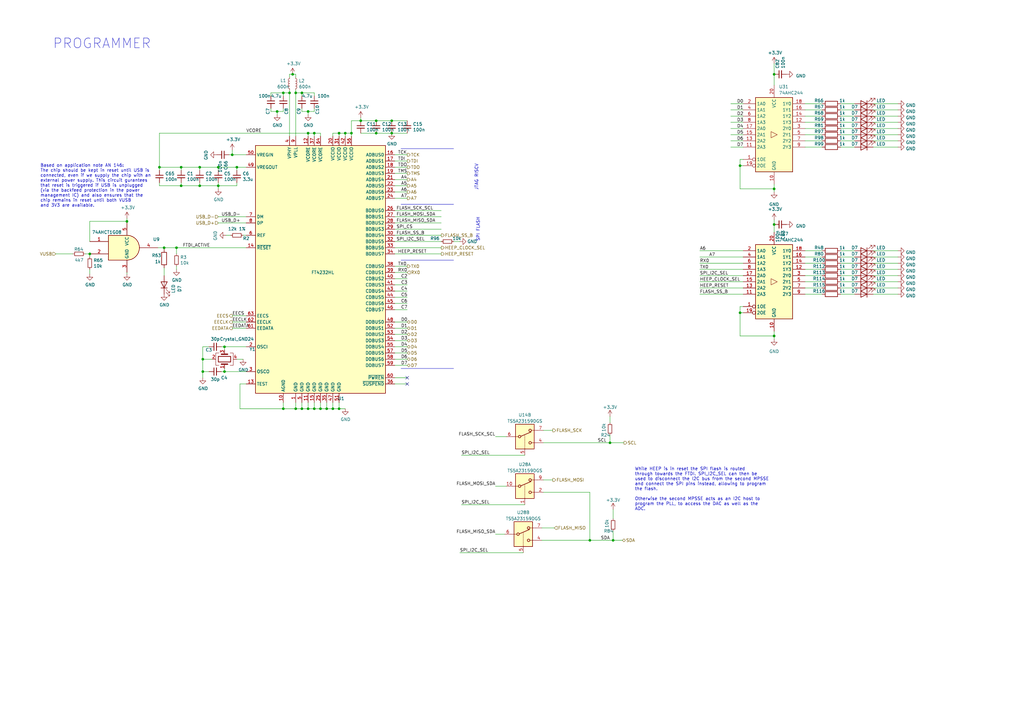
<source format=kicad_sch>
(kicad_sch (version 20230121) (generator eeschema)
  (paper "A3")
  (title_block (title "Heepocrates Testing Board (HTB)") (company "Embedded Systems Laboratory") (comment 1 "Jose Miranda & Christoph Müller 2023"))
  (junction (at 65.405 68.58))
  (junction (at 95.25 63.5))
  (junction (at 141.605 54.61))
  (junction (at 126.365 54.61))
  (junction (at 116.205 167.64))
  (junction (at 123.825 38.1))
  (junction (at 89.535 68.58))
  (junction (at 74.295 76.2))
  (junction (at 92.075 152.4))
  (junction (at 133.985 167.64))
  (junction (at 83.185 152.4))
  (junction (at 120.015 30.48))
  (junction (at 139.065 167.64))
  (junction (at 317.5 77.47))
  (junction (at 81.915 76.2))
  (junction (at 67.31 101.6))
  (junction (at 131.445 167.64))
  (junction (at 317.5 92.075))
  (junction (at 241.935 221.615))
  (junction (at 126.365 45.72))
  (junction (at 126.365 167.64))
  (junction (at 139.065 54.61))
  (junction (at 123.825 167.64))
  (junction (at 303.53 67.945))
  (junction (at 147.955 49.53))
  (junction (at 74.295 68.58))
  (junction (at 144.145 54.61))
  (junction (at 121.285 167.64))
  (junction (at 251.46 221.615))
  (junction (at 113.665 45.72))
  (junction (at 121.285 38.1))
  (junction (at 83.185 147.32))
  (junction (at 72.39 101.6))
  (junction (at 36.83 104.14))
  (junction (at 116.205 38.1))
  (junction (at 89.535 76.2))
  (junction (at 303.53 128.27))
  (junction (at 136.525 167.64))
  (junction (at 250.19 181.61))
  (junction (at 92.075 142.24))
  (junction (at 317.5 30.48))
  (junction (at 128.905 167.64))
  (junction (at 154.305 54.61))
  (junction (at 128.905 54.61))
  (junction (at 97.155 68.58))
  (junction (at 118.745 38.1))
  (junction (at 160.655 54.61))
  (junction (at 160.655 49.53))
  (junction (at 317.5 137.795))
  (junction (at 52.07 90.805))
  (junction (at 81.915 68.58))
  (junction (at 154.305 49.53))
  (no_connect (at 167.005 154.94))
  (no_connect (at 167.005 157.48))
  (wire (pts (xy 337.185 115.57) (xy 330.2 115.57)))
  (wire (pts (xy 93.98 63.5) (xy 95.25 63.5)))
  (wire (pts (xy 304.8 50.165) (xy 299.72 50.165)))
  (wire (pts (xy 337.185 120.65) (xy 330.2 120.65)))
  (wire (pts (xy 161.925 78.74) (xy 167.005 78.74)))
  (wire (pts (xy 136.525 55.88) (xy 136.525 54.61)))
  (wire (pts (xy 121.285 30.48) (xy 121.285 31.75)))
  (wire (pts (xy 317.5 137.795) (xy 317.5 139.065)))
  (wire (pts (xy 222.25 216.535) (xy 227.33 216.535)))
  (wire (pts (xy 74.295 76.2) (xy 65.405 76.2)))
  (wire (pts (xy 81.915 68.58) (xy 74.295 68.58)))
  (wire (pts (xy 350.52 110.49) (xy 344.805 110.49)))
  (wire (pts (xy 116.205 167.64) (xy 121.285 167.64)))
  (wire (pts (xy 303.53 67.945) (xy 303.53 77.47)))
  (wire (pts (xy 126.365 45.72) (xy 126.365 46.99)))
  (wire (pts (xy 121.285 38.1) (xy 121.285 55.88)))
  (wire (pts (xy 36.83 112.395) (xy 36.83 110.49)))
  (wire (pts (xy 303.53 65.405) (xy 303.53 67.945)))
  (wire (pts (xy 83.185 147.32) (xy 83.185 152.4)))
  (wire (pts (xy 161.925 93.98) (xy 180.975 93.98)))
  (wire (pts (xy 303.53 128.27) (xy 303.53 137.795)))
  (wire (pts (xy 350.52 107.95) (xy 344.805 107.95)))
  (wire (pts (xy 304.8 55.245) (xy 299.72 55.245)))
  (wire (pts (xy 222.885 181.61) (xy 250.19 181.61)))
  (wire (pts (xy 133.985 165.1) (xy 133.985 167.64)))
  (wire (pts (xy 97.155 147.32) (xy 99.695 147.32)))
  (wire (pts (xy 123.825 38.1) (xy 123.825 39.37)))
  (wire (pts (xy 83.185 147.32) (xy 86.995 147.32)))
  (wire (pts (xy 113.665 45.72) (xy 113.665 46.99)))
  (wire (pts (xy 337.185 57.785) (xy 330.2 57.785)))
  (wire (pts (xy 167.005 71.12) (xy 161.925 71.12)))
  (wire (pts (xy 350.52 115.57) (xy 344.805 115.57)))
  (wire (pts (xy 128.905 167.64) (xy 131.445 167.64)))
  (wire (pts (xy 337.185 55.245) (xy 330.2 55.245)))
  (wire (pts (xy 100.965 68.58) (xy 97.155 68.58)))
  (wire (pts (xy 287.02 115.57) (xy 304.8 115.57)))
  (wire (pts (xy 100.965 96.52) (xy 99.695 96.52)))
  (wire (pts (xy 121.285 167.64) (xy 123.825 167.64)))
  (wire (pts (xy 203.2 219.075) (xy 207.01 219.075)))
  (polyline (pts (xy 186.055 83.82) (xy 164.465 83.82)))
  (wire (pts (xy 97.155 68.58) (xy 89.535 68.58)))
  (wire (pts (xy 147.955 54.61) (xy 154.305 54.61)))
  (wire (pts (xy 116.205 38.1) (xy 111.125 38.1)))
  (wire (pts (xy 161.925 101.6) (xy 180.975 101.6)))
  (wire (pts (xy 350.52 47.625) (xy 344.805 47.625)))
  (wire (pts (xy 131.445 165.1) (xy 131.445 167.64)))
  (wire (pts (xy 161.925 88.9) (xy 180.975 88.9)))
  (wire (pts (xy 188.595 226.695) (xy 214.63 226.695)))
  (polyline (pts (xy 186.055 151.13) (xy 164.465 151.13)))
  (wire (pts (xy 241.935 201.93) (xy 241.935 221.615)))
  (wire (pts (xy 118.745 30.48) (xy 118.745 31.75)))
  (wire (pts (xy 121.285 30.48) (xy 120.015 30.48)))
  (wire (pts (xy 161.925 86.36) (xy 180.975 86.36)))
  (wire (pts (xy 116.205 45.72) (xy 113.665 45.72)))
  (wire (pts (xy 72.39 110.49) (xy 72.39 109.22)))
  (wire (pts (xy 167.005 132.08) (xy 161.925 132.08)))
  (wire (pts (xy 167.005 149.86) (xy 161.925 149.86)))
  (wire (pts (xy 350.52 55.245) (xy 344.805 55.245)))
  (wire (pts (xy 304.8 125.73) (xy 303.53 125.73)))
  (wire (pts (xy 358.14 120.65) (xy 368.3 120.65)))
  (wire (pts (xy 287.02 120.65) (xy 304.8 120.65)))
  (wire (pts (xy 304.8 118.11) (xy 287.02 118.11)))
  (wire (pts (xy 337.185 52.705) (xy 330.2 52.705)))
  (wire (pts (xy 116.205 165.1) (xy 116.205 167.64)))
  (wire (pts (xy 64.77 101.6) (xy 67.31 101.6)))
  (wire (pts (xy 139.065 167.64) (xy 141.605 167.64)))
  (wire (pts (xy 116.205 44.45) (xy 116.205 45.72)))
  (wire (pts (xy 337.185 47.625) (xy 330.2 47.625)))
  (wire (pts (xy 251.46 208.915) (xy 251.46 212.725)))
  (wire (pts (xy 350.52 105.41) (xy 344.805 105.41)))
  (wire (pts (xy 141.605 54.61) (xy 144.145 54.61)))
  (wire (pts (xy 203.2 179.07) (xy 207.645 179.07)))
  (wire (pts (xy 358.14 118.11) (xy 368.3 118.11)))
  (wire (pts (xy 167.005 139.7) (xy 161.925 139.7)))
  (wire (pts (xy 337.185 113.03) (xy 330.2 113.03)))
  (wire (pts (xy 167.005 81.28) (xy 161.925 81.28)))
  (wire (pts (xy 97.155 76.2) (xy 89.535 76.2)))
  (wire (pts (xy 167.005 154.94) (xy 161.925 154.94)))
  (wire (pts (xy 52.07 89.535) (xy 52.07 90.805)))
  (wire (pts (xy 136.525 165.1) (xy 136.525 167.64)))
  (wire (pts (xy 358.14 110.49) (xy 368.3 110.49)))
  (wire (pts (xy 154.305 54.61) (xy 160.655 54.61)))
  (wire (pts (xy 92.075 151.13) (xy 92.075 152.4)))
  (wire (pts (xy 67.31 109.855) (xy 67.31 113.03)))
  (wire (pts (xy 161.925 127) (xy 167.005 127)))
  (wire (pts (xy 167.005 66.04) (xy 161.925 66.04)))
  (wire (pts (xy 167.005 147.32) (xy 161.925 147.32)))
  (wire (pts (xy 189.23 186.69) (xy 215.265 186.69)))
  (wire (pts (xy 358.14 105.41) (xy 368.3 105.41)))
  (wire (pts (xy 303.53 128.27) (xy 304.8 128.27)))
  (wire (pts (xy 358.14 55.245) (xy 368.3 55.245)))
  (wire (pts (xy 287.02 102.87) (xy 304.8 102.87)))
  (wire (pts (xy 303.53 137.795) (xy 317.5 137.795)))
  (wire (pts (xy 72.39 101.6) (xy 72.39 104.14)))
  (wire (pts (xy 98.425 157.48) (xy 98.425 167.64)))
  (wire (pts (xy 34.925 104.14) (xy 36.83 104.14)))
  (wire (pts (xy 203.2 199.39) (xy 207.645 199.39)))
  (wire (pts (xy 167.005 137.16) (xy 161.925 137.16)))
  (wire (pts (xy 126.365 45.72) (xy 128.905 45.72)))
  (wire (pts (xy 118.745 38.1) (xy 116.205 38.1)))
  (wire (pts (xy 147.955 49.53) (xy 154.305 49.53)))
  (wire (pts (xy 287.0346 105.41) (xy 304.8 105.41)))
  (wire (pts (xy 337.185 60.325) (xy 330.2 60.325)))
  (wire (pts (xy 92.075 152.4) (xy 100.965 152.4)))
  (wire (pts (xy 161.925 121.92) (xy 167.005 121.92)))
  (wire (pts (xy 74.295 74.93) (xy 74.295 76.2)))
  (wire (pts (xy 83.185 142.24) (xy 85.725 142.24)))
  (wire (pts (xy 89.535 76.2) (xy 89.535 77.47)))
  (wire (pts (xy 144.145 54.61) (xy 144.145 55.88)))
  (wire (pts (xy 337.185 118.11) (xy 330.2 118.11)))
  (wire (pts (xy 121.285 38.1) (xy 123.825 38.1)))
  (wire (pts (xy 222.25 221.615) (xy 241.935 221.615)))
  (wire (pts (xy 188.595 99.06) (xy 186.055 99.06)))
  (wire (pts (xy 95.25 129.54) (xy 100.965 129.54)))
  (wire (pts (xy 136.525 167.64) (xy 139.065 167.64)))
  (wire (pts (xy 97.155 74.93) (xy 97.155 76.2)))
  (wire (pts (xy 36.83 104.14) (xy 36.83 105.41)))
  (wire (pts (xy 90.805 152.4) (xy 92.075 152.4)))
  (wire (pts (xy 350.52 102.87) (xy 344.805 102.87)))
  (wire (pts (xy 95.25 61.595) (xy 95.25 63.5)))
  (wire (pts (xy 287.02 113.03) (xy 304.8 113.03)))
  (wire (pts (xy 123.825 45.72) (xy 126.365 45.72)))
  (wire (pts (xy 350.52 60.325) (xy 344.805 60.325)))
  (wire (pts (xy 97.155 69.85) (xy 97.155 68.58)))
  (wire (pts (xy 350.52 42.545) (xy 344.805 42.545)))
  (wire (pts (xy 94.615 96.52) (xy 92.71 96.52)))
  (wire (pts (xy 92.075 142.24) (xy 92.075 143.51)))
  (wire (pts (xy 131.445 167.64) (xy 133.985 167.64)))
  (wire (pts (xy 144.145 49.53) (xy 144.145 54.61)))
  (wire (pts (xy 317.5 77.47) (xy 317.5 78.74)))
  (wire (pts (xy 161.925 63.5) (xy 167.005 63.5)))
  (wire (pts (xy 358.14 60.325) (xy 368.3 60.325)))
  (wire (pts (xy 251.46 221.615) (xy 255.27 221.615)))
  (wire (pts (xy 121.285 36.83) (xy 121.285 38.1)))
  (wire (pts (xy 337.185 107.95) (xy 330.2 107.95)))
  (wire (pts (xy 89.535 91.44) (xy 100.965 91.44)))
  (wire (pts (xy 89.535 88.9) (xy 100.965 88.9)))
  (wire (pts (xy 161.925 124.46) (xy 167.005 124.46)))
  (wire (pts (xy 136.525 54.61) (xy 139.065 54.61)))
  (wire (pts (xy 304.8 42.545) (xy 299.72 42.545)))
  (wire (pts (xy 131.445 54.61) (xy 128.905 54.61)))
  (wire (pts (xy 358.14 113.03) (xy 368.3 113.03)))
  (wire (pts (xy 81.915 76.2) (xy 81.915 74.93)))
  (wire (pts (xy 167.005 144.78) (xy 161.925 144.78)))
  (wire (pts (xy 131.445 55.88) (xy 131.445 54.61)))
  (wire (pts (xy 304.8 57.785) (xy 299.72 57.785)))
  (wire (pts (xy 74.295 76.2) (xy 81.915 76.2)))
  (wire (pts (xy 358.14 102.87) (xy 368.3 102.87)))
  (wire (pts (xy 126.365 55.88) (xy 126.365 54.61)))
  (wire (pts (xy 161.925 73.66) (xy 167.005 73.66)))
  (wire (pts (xy 147.955 49.53) (xy 144.145 49.53)))
  (wire (pts (xy 128.905 54.61) (xy 126.365 54.61)))
  (wire (pts (xy 89.535 74.93) (xy 89.535 76.2)))
  (wire (pts (xy 287.02 110.49) (xy 304.8 110.49)))
  (wire (pts (xy 304.8 52.705) (xy 299.72 52.705)))
  (wire (pts (xy 116.205 38.1) (xy 116.205 39.37)))
  (wire (pts (xy 250.19 181.61) (xy 255.905 181.61)))
  (wire (pts (xy 161.925 119.38) (xy 167.005 119.38)))
  (wire (pts (xy 161.925 114.3) (xy 167.005 114.3)))
  (wire (pts (xy 100.965 157.48) (xy 98.425 157.48)))
  (wire (pts (xy 83.185 142.24) (xy 83.185 147.32)))
  (wire (pts (xy 36.83 99.06) (xy 36.83 90.805)))
  (wire (pts (xy 161.925 91.44) (xy 180.975 91.44)))
  (wire (pts (xy 317.5 137.795) (xy 317.5 135.89)))
  (wire (pts (xy 111.125 38.1) (xy 111.125 39.37)))
  (wire (pts (xy 304.8 47.625) (xy 299.72 47.625)))
  (wire (pts (xy 303.53 67.945) (xy 304.8 67.945)))
  (wire (pts (xy 161.925 111.76) (xy 167.005 111.76)))
  (wire (pts (xy 287.02 107.95) (xy 304.8 107.95)))
  (wire (pts (xy 83.185 152.4) (xy 83.185 154.94)))
  (wire (pts (xy 123.825 165.1) (xy 123.825 167.64)))
  (wire (pts (xy 250.19 178.435) (xy 250.19 181.61)))
  (wire (pts (xy 350.52 113.03) (xy 344.805 113.03)))
  (wire (pts (xy 241.935 221.615) (xy 251.46 221.615)))
  (wire (pts (xy 250.19 170.815) (xy 250.19 173.355)))
  (wire (pts (xy 317.5 26.035) (xy 317.5 30.48)))
  (wire (pts (xy 65.405 68.58) (xy 65.405 54.61)))
  (wire (pts (xy 81.915 68.58) (xy 81.915 69.85)))
  (wire (pts (xy 67.31 101.6) (xy 72.39 101.6)))
  (wire (pts (xy 358.14 42.545) (xy 368.3 42.545)))
  (wire (pts (xy 141.605 55.88) (xy 141.605 54.61)))
  (wire (pts (xy 358.14 50.165) (xy 368.3 50.165)))
  (wire (pts (xy 350.52 45.085) (xy 344.805 45.085)))
  (polyline (pts (xy 164.465 106.68) (xy 186.055 106.68)))
  (wire (pts (xy 161.925 134.62) (xy 167.005 134.62)))
  (wire (pts (xy 120.015 30.48) (xy 118.745 30.48)))
  (wire (pts (xy 161.925 96.52) (xy 180.975 96.52)))
  (wire (pts (xy 304.8 60.325) (xy 299.72 60.325)))
  (wire (pts (xy 317.5 30.48) (xy 317.5 34.925)))
  (wire (pts (xy 74.295 68.58) (xy 65.405 68.58)))
  (wire (pts (xy 161.925 104.14) (xy 180.975 104.14)))
  (wire (pts (xy 100.965 132.08) (xy 95.25 132.08)))
  (wire (pts (xy 98.425 167.64) (xy 116.205 167.64)))
  (wire (pts (xy 299.72 45.085) (xy 304.8 45.085)))
  (wire (pts (xy 72.39 101.6) (xy 100.965 101.6)))
  (wire (pts (xy 118.745 38.1) (xy 118.745 55.88)))
  (wire (pts (xy 89.535 68.58) (xy 89.535 69.85)))
  (wire (pts (xy 123.825 167.64) (xy 126.365 167.64)))
  (wire (pts (xy 303.53 77.47) (xy 317.5 77.47)))
  (wire (pts (xy 128.905 55.88) (xy 128.905 54.61)))
  (polyline (pts (xy 164.465 60.96) (xy 186.055 60.96)))
  (wire (pts (xy 65.405 68.58) (xy 65.405 69.85)))
  (wire (pts (xy 222.885 201.93) (xy 241.935 201.93)))
  (wire (pts (xy 161.925 68.58) (xy 167.005 68.58)))
  (wire (pts (xy 226.695 196.85) (xy 222.885 196.85)))
  (wire (pts (xy 337.185 50.165) (xy 330.2 50.165)))
  (wire (pts (xy 189.23 207.01) (xy 215.265 207.01)))
  (wire (pts (xy 52.07 90.805) (xy 52.07 91.44)))
  (wire (pts (xy 161.925 116.84) (xy 167.005 116.84)))
  (wire (pts (xy 121.285 165.1) (xy 121.285 167.64)))
  (wire (pts (xy 65.405 76.2) (xy 65.405 74.93)))
  (wire (pts (xy 123.825 44.45) (xy 123.825 45.72)))
  (wire (pts (xy 303.53 125.73) (xy 303.53 128.27)))
  (wire (pts (xy 358.14 115.57) (xy 368.3 115.57)))
  (wire (pts (xy 350.52 118.11) (xy 344.805 118.11)))
  (wire (pts (xy 95.25 63.5) (xy 100.965 63.5)))
  (wire (pts (xy 358.14 57.785) (xy 368.3 57.785)))
  (wire (pts (xy 90.805 142.24) (xy 92.075 142.24)))
  (wire (pts (xy 358.14 107.95) (xy 368.3 107.95)))
  (wire (pts (xy 161.925 99.06) (xy 180.975 99.06)))
  (wire (pts (xy 89.535 76.2) (xy 81.915 76.2)))
  (wire (pts (xy 337.185 105.41) (xy 330.2 105.41)))
  (wire (pts (xy 111.125 45.72) (xy 111.125 44.45)))
  (wire (pts (xy 147.955 48.26) (xy 147.955 49.53)))
  (wire (pts (xy 350.52 52.705) (xy 344.805 52.705)))
  (wire (pts (xy 139.065 55.88) (xy 139.065 54.61)))
  (wire (pts (xy 317.5 77.47) (xy 317.5 75.565)))
  (wire (pts (xy 350.52 120.65) (xy 344.805 120.65)))
  (wire (pts (xy 337.185 45.085) (xy 330.2 45.085)))
  (wire (pts (xy 118.745 38.1) (xy 118.745 36.83)))
  (wire (pts (xy 113.665 45.72) (xy 111.125 45.72)))
  (wire (pts (xy 251.46 217.805) (xy 251.46 221.615)))
  (wire (pts (xy 74.295 68.58) (xy 74.295 69.85)))
  (wire (pts (xy 67.31 102.235) (xy 67.31 101.6)))
  (wire (pts (xy 337.185 42.545) (xy 330.2 42.545)))
  (wire (pts (xy 123.825 38.1) (xy 128.905 38.1)))
  (wire (pts (xy 337.185 102.87) (xy 330.2 102.87)))
  (wire (pts (xy 350.52 50.165) (xy 344.805 50.165)))
  (wire (pts (xy 161.925 109.22) (xy 167.005 109.22)))
  (wire (pts (xy 22.86 104.14) (xy 29.845 104.14)))
  (wire (pts (xy 36.83 90.805) (xy 52.07 90.805)))
  (wire (pts (xy 126.365 165.1) (xy 126.365 167.64)))
  (wire (pts (xy 226.695 176.53) (xy 222.885 176.53)))
  (wire (pts (xy 337.185 110.49) (xy 330.2 110.49)))
  (wire (pts (xy 167.005 76.2) (xy 161.925 76.2)))
  (wire (pts (xy 154.305 49.53) (xy 160.655 49.53)))
  (wire (pts (xy 160.655 49.53) (xy 167.005 49.53)))
  (wire (pts (xy 126.365 167.64) (xy 128.905 167.64)))
  (wire (pts (xy 139.065 54.61) (xy 141.605 54.61)))
  (wire (pts (xy 317.5 90.17) (xy 317.5 92.075)))
  (wire (pts (xy 89.535 68.58) (xy 81.915 68.58)))
  (wire (pts (xy 358.14 45.085) (xy 368.3 45.085)))
  (wire (pts (xy 128.905 38.1) (xy 128.905 39.37)))
  (wire (pts (xy 139.065 165.1) (xy 139.065 167.64)))
  (wire (pts (xy 95.25 134.62) (xy 100.965 134.62)))
  (wire (pts (xy 350.52 57.785) (xy 344.805 57.785)))
  (wire (pts (xy 317.5 92.075) (xy 317.5 95.25)))
  (wire (pts (xy 52.07 111.76) (xy 52.07 112.395)))
  (wire (pts (xy 128.905 44.45) (xy 128.905 45.72)))
  (wire (pts (xy 92.075 142.24) (xy 100.965 142.24)))
  (wire (pts (xy 167.005 142.24) (xy 161.925 142.24)))
  (wire (pts (xy 358.14 47.625) (xy 368.3 47.625)))
  (wire (pts (xy 304.8 65.405) (xy 303.53 65.405)))
  (wire (pts (xy 161.925 157.48) (xy 167.005 157.48)))
  (wire (pts (xy 85.725 152.4) (xy 83.185 152.4)))
  (wire (pts (xy 160.655 54.61) (xy 167.005 54.61)))
  (wire (pts (xy 128.905 165.1) (xy 128.905 167.64)))
  (wire (pts (xy 126.365 54.61) (xy 65.405 54.61)))
  (wire (pts (xy 358.14 52.705) (xy 368.3 52.705)))
  (wire (pts (xy 133.985 167.64) (xy 136.525 167.64)))
  (text "PROGRAMMER" (at 21.59 20.32 0) (effects (font (size 3.9878 3.9878)) (justify left bottom)))
  (text "JTAG RISCV" (at 196.215 78.105 90) (effects (font (size 1.27 1.27)) (justify left bottom)))
  (text "Based on application note AN 146:\nThe chip should be kept in reset until USB is \nconnected, even if we supply the chip with an \nexternal power supply. This circuit gurantees \nthat reset is triggered if USB is unplugged\n(via the backfeed protection in the power \nmanagement IC) and also ensures that the \nchip remains in reset until both VUSB \nand 3V3 are available." (at 16.51 85.09 0) (effects (font (size 1.27 1.27)) (justify left bottom)))
  (text "While HEEP is in reset the SPI flash is routed\nthrough towards the FTDI. SPI_I2C_SEL can then be \nused to disconnect the I2C bus from the second MPSSE\nand connect the SPI pins instead, allowing to program \nthe flash.\n\nOtherwise the second MPSSE acts as an I2C host to \nprogram the PLL, to access the DAC as well as the \nADC." (at 260.35 209.55 0) (effects (font (size 1.27 1.27)) (justify left bottom)))
  (text "SPI FLASH" (at 196.85 99.06 90) (effects (font (size 1.27 1.27)) (justify left bottom)))
  (label "A7" (at 164.465 81.28 0))
  (label "USB_D-" (at 90.805 88.9 0))
  (label "A5" (at 164.465 76.2 0))
  (label "SDA" (at 246.38 221.615 0))
  (label "RX0" (at 287.02 107.95 0))
  (label "TX0" (at 163.195 109.22 0))
  (label "C6" (at 164.465 124.46 0))
  (label "D3" (at 302.26 50.165 0))
  (label "FLASH_MOSI_SDA" (at 162.56 88.9 0))
  (label "D0" (at 302.26 42.545 0))
  (label "TX0" (at 287.0346 110.49 0))
  (label "TDI" (at 163.195 66.04 0))
  (label "FLASH_MOSI_SDA" (at 203.2 199.39 180))
  (label "FLASH_MISO_SDA" (at 203.2 219.075 180))
  (label "FLASH_SS_B" (at 287.02 120.65 0))
  (label "HEEP_CLOCK_SEL" (at 287.02 115.57 0))
  (label "TDO" (at 163.195 68.58 0))
  (label "USB_D+" (at 90.805 91.44 0))
  (label "D5" (at 302.26 55.245 0))
  (label "SPI_I2C_SEL" (at 162.56 99.06 0))
  (label "TMS" (at 163.195 71.12 0))
  (label "SPI_CS" (at 162.56 93.98 0))
  (label "SCL" (at 245.11 181.61 0))
  (label "RX0" (at 163.195 111.76 0))
  (label "FLASH_SCK_SCL" (at 203.2 179.07 180))
  (label "D1" (at 164.465 134.62 0))
  (label "EEDATA" (at 95.25 134.62 0))
  (label "C7" (at 164.465 127 0))
  (label "D4" (at 164.465 142.24 0))
  (label "FLASH_SS_B" (at 162.56 96.52 0))
  (label "D0" (at 164.465 132.08 0))
  (label "A4" (at 164.465 73.66 0))
  (label "D7" (at 302.26 60.325 0))
  (label "C3" (at 164.465 116.84 0))
  (label "HEEP_RESET" (at 163.195 104.14 0))
  (label "SPI_I2C_SEL" (at 287.02 113.03 0))
  (label "A6" (at 164.465 78.74 0))
  (label "SPI_I2C_SEL" (at 189.23 207.01 0))
  (label "D1" (at 302.26 45.085 0))
  (label "D2" (at 164.465 137.16 0))
  (label "VCORE" (at 100.965 54.61 0))
  (label "EECS" (at 95.25 129.54 0))
  (label "C5" (at 164.465 121.92 0))
  (label "HEEP_RESET" (at 287.02 118.11 0))
  (label "FLASH_SCK_SCL" (at 162.56 86.36 0))
  (label "TCK" (at 163.195 63.5 0))
  (label "D7" (at 164.465 149.86 0))
  (label "D5" (at 164.465 144.78 0))
  (label "D4" (at 302.26 52.705 0))
  (label "A6" (at 287.02 102.87 0))
  (label "FTDI_ACTIVE" (at 74.93 101.6 0))
  (label "D2" (at 302.26 47.625 0))
  (label "A7" (at 290.83 105.41 0))
  (label "D6" (at 164.465 147.32 0))
  (label "SPI_I2C_SEL" (at 189.23 186.69 0))
  (label "C2" (at 164.465 114.3 0))
  (label "EECLK" (at 95.25 132.08 0))
  (label "D6" (at 302.26 57.785 0))
  (label "FLASH_MISO_SDA" (at 162.56 91.44 0))
  (label "C4" (at 164.465 119.38 0))
  (label "SPI_I2C_SEL" (at 188.595 226.695 0))
  (label "D3" (at 164.465 139.7 0))
  (hierarchical_label "EECLK" (shape output) (at 95.25 132.08 180))
  (hierarchical_label "SCL" (shape output) (at 255.905 181.61 0))
  (hierarchical_label "FLASH_MISO" (shape input) (at 227.33 216.535 0))
  (hierarchical_label "A6" (shape output) (at 167.005 78.74 0))
  (hierarchical_label "TCK" (shape output) (at 167.005 63.5 0))
  (hierarchical_label "TDI" (shape output) (at 167.005 66.04 0))
  (hierarchical_label "TX0" (shape output) (at 167.005 109.22 0))
  (hierarchical_label "HEEP_RESET" (shape output) (at 180.975 104.14 0))
  (hierarchical_label "D2" (shape bidirectional) (at 167.005 137.16 0))
  (hierarchical_label "D0" (shape bidirectional) (at 167.005 132.08 0))
  (hierarchical_label "D5" (shape bidirectional) (at 167.005 144.78 0))
  (hierarchical_label "FLASH_SS_B" (shape output) (at 180.975 96.52 0))
  (hierarchical_label "D1" (shape bidirectional) (at 167.005 134.62 0))
  (hierarchical_label "SDA" (shape bidirectional) (at 255.27 221.615 0))
  (hierarchical_label "FLASH_MOSI" (shape output) (at 226.695 196.85 0))
  (hierarchical_label "RX0" (shape input) (at 167.005 111.76 0))
  (hierarchical_label "A7" (shape output) (at 167.005 81.28 0))
  (hierarchical_label "HEEP_CLOCK_SEL" (shape output) (at 180.975 101.6 0))
  (hierarchical_label "A4" (shape output) (at 167.005 73.66 0))
  (hierarchical_label "TDO" (shape output) (at 167.005 68.58 0))
  (hierarchical_label "TMS" (shape output) (at 167.005 71.12 0))
  (hierarchical_label "A5" (shape output) (at 167.005 76.2 0))
  (hierarchical_label "D7" (shape bidirectional) (at 167.005 149.86 0))
  (hierarchical_label "D4" (shape bidirectional) (at 167.005 142.24 0))
  (hierarchical_label "EECS" (shape output) (at 95.25 129.54 180))
  (hierarchical_label "D6" (shape bidirectional) (at 167.005 147.32 0))
  (hierarchical_label "VUSB" (shape input) (at 22.86 104.14 180))
  (hierarchical_label "USB_D+" (shape input) (at 89.535 91.44 180))
  (hierarchical_label "FLASH_SCK" (shape output) (at 226.695 176.53 0))
  (hierarchical_label "EEDATA" (shape output) (at 95.25 134.62 180))
  (hierarchical_label "D3" (shape bidirectional) (at 167.005 139.7 0))
  (hierarchical_label "USB_D-" (shape input) (at 89.535 88.9 180))
  (symbol (lib_id "power:+3.3V") (at 317.5 26.035 0) (unit 1)
    (property "Reference" "#PWR032" (effects hide))
    (property "Value" "+3.3V" (at 317.881 21.6408 0))
  )
  (symbol (lib_id "Device:LED") (at 354.33 60.325 180) (unit 1)
    (property "Reference" "D7" (at 350.52 59.055 0))
    (property "Value" "LED" (at 361.315 59.055 0))
    (property "Footprint" "LED_SMD:LED_0603_1608Metric" (effects hide))
    (property "LCSC" "C84263" (effects hide))
    (instances (project "HTB" (path "" (reference "D7") (unit 1)) (path "" (reference "D19") (unit 1))))
  )
  (symbol (lib_id "Device:LED") (at 354.33 47.625 180) (unit 1)
    (property "Reference" "D7" (at 350.52 46.355 0))
    (property "Value" "LED" (at 361.315 46.355 0))
    (property "Footprint" "LED_SMD:LED_0603_1608Metric" (effects hide))
    (property "LCSC" "C84263" (effects hide))
    (instances (project "HTB" (path "" (reference "D7") (unit 1)) (path "" (reference "D14") (unit 1))))
  )
  (symbol (lib_id "power:GND") (at 322.58 92.075 90) (unit 1)
    (property "Reference" "#PWR053" (effects hide))
    (property "Value" "GND" (at 326.39 92.71 90) (effects (justify right)))
  )
  (symbol (lib_id "Device:R_Small") (at 251.46 215.265 0) (unit 1)
    (property "Reference" "R84" (at 247.65 217.805 0) (effects (justify left)))
    (property "Value" "10k" (at 248.92 216.535 90) (effects (justify left)))
    (property "Footprint" "Resistor_SMD:R_0603_1608Metric" (effects hide))
    (property "Digikey Part Number" "P10KGCT-ND" (effects hide))
    (property "Mouser Part Number" "667-ERJ-3GEYJ103V" (effects hide))
    (property "LCSC" "C98220" (effects hide))
    (instances (project "HTB" (path "" (reference "R84") (unit 1)) (path "" (reference "R24") (unit 1))))
  )
  (symbol (lib_id "Analog_Switch:TS5A23159DGS") (at 215.265 179.07 0) (unit 2)
    (property "Reference" "U14" (at 215.265 170.18 0))
    (property "Value" "TS5A23159DGS" (at 215.265 172.72 0))
    (property "Footprint" "Package_SO:VSSOP-10_3x3mm_P0.5mm" (effects hide))
    (property "Datasheet" "http://www.ti.com/lit/ds/symlink/ts5a23159.pdf" (effects hide))
  )
  (symbol (lib_id "Device:LED") (at 354.33 118.11 180) (unit 1)
    (property "Reference" "D7" (at 350.52 116.84 0))
    (property "Value" "LED" (at 361.315 116.84 0))
    (property "Footprint" "LED_SMD:LED_0603_1608Metric" (effects hide))
    (property "LCSC" "C84263" (effects hide))
    (instances (project "HTB" (path "" (reference "D7") (unit 1)) (path "" (reference "D26") (unit 1))))
  )
  (symbol (lib_id "power:+3.3V") (at 95.25 61.595 0) (unit 1)
    (property "Reference" "#PWR0103" (effects hide))
    (property "Value" "+3.3V" (at 95.631 57.2008 0))
  )
  (symbol (lib_id "power:GND") (at 160.655 54.61 0) (unit 1)
    (property "Reference" "#PWR030" (effects hide))
    (property "Value" "GND" (at 160.782 59.0042 0))
  )
  (symbol (lib_id "power:GND") (at 317.5 139.065 0) (unit 1)
    (property "Reference" "#PWR017" (effects hide))
    (property "Value" "GND" (at 317.5 144.145 0))
  )
  (symbol (lib_id "power:GND") (at 317.5 78.74 0) (unit 1)
    (property "Reference" "#PWR0211" (effects hide))
    (property "Value" "GND" (at 317.5 83.82 0))
  )
  (symbol (lib_id "Device:R") (at 340.995 120.65 90) (unit 1)
    (property "Reference" "R116" (at 335.915 119.38 90))
    (property "Value" "1k" (at 345.44 119.38 90))
    (property "Footprint" "Resistor_SMD:R_0603_1608Metric" (effects hide))
    (property "LCSC" "C21190" (effects hide))
  )
  (symbol (lib_id "Device:LED") (at 354.33 52.705 180) (unit 1)
    (property "Reference" "D7" (at 350.52 51.435 0))
    (property "Value" "LED" (at 361.315 51.435 0))
    (property "Footprint" "LED_SMD:LED_0603_1608Metric" (effects hide))
    (property "LCSC" "C84263" (effects hide))
    (instances (project "HTB" (path "" (reference "D7") (unit 1)) (path "" (reference "D16") (unit 1))))
  )
  (symbol (lib_id "power:GND") (at 368.3 113.03 90) (unit 1)
    (property "Reference" "#PWR0213" (effects hide))
    (property "Value" "GND" (at 371.475 113.665 90) (effects (justify right)))
  )
  (symbol (lib_id "HTB-lib:FT4232H") (at 131.445 111.76 0) (unit 1)
    (property "Reference" "U1" (at 138.5444 163.4395 0) (effects (justify left)))
    (property "Value" "FT4232HL" (at 127.635 111.76 0) (effects (justify left)))
    (property "Footprint" "Package_QFP:LQFP-64_10x10mm_P0.5mm" (effects hide))
    (property "Datasheet" "https://www.ftdichip.com/Support/Documents/DataSheets/ICs/DS_FT4232H.pdf" (effects hide))
    (property "LCSC" "C56742" (effects hide))
  )
  (symbol (lib_id "Device:R") (at 340.995 113.03 90) (unit 1)
    (property "Reference" "R113" (at 335.915 111.76 90))
    (property "Value" "1k" (at 345.44 111.76 90))
    (property "Footprint" "Resistor_SMD:R_0603_1608Metric" (effects hide))
    (property "LCSC" "C21190" (effects hide))
  )
  (symbol (lib_id "Device:C_Small") (at 116.205 41.91 0) (unit 1)
    (property "Reference" "C8" (at 117.475 46.99 90) (effects (justify left)))
    (property "Value" "4.7u" (at 111.125 39.37 0) (effects (justify left)))
    (property "Footprint" "Capacitor_SMD:C_0603_1608Metric" (effects hide))
    (property "Digikey Part Number" "399-3134-1-ND" (effects hide))
    (property "Mouser Part Number" "80-C0805C475K9P" (effects hide))
    (property "LCSC" "C19666" (effects hide))
  )
  (symbol (lib_id "Device:R") (at 340.995 102.87 90) (unit 1)
    (property "Reference" "R48" (at 335.915 101.6 90))
    (property "Value" "1k" (at 345.44 101.6 90))
    (property "Footprint" "Resistor_SMD:R_0603_1608Metric" (effects hide))
    (property "LCSC" "C21190" (effects hide))
  )
  (symbol (lib_id "power:+3.3V") (at 251.46 208.915 0) (unit 1)
    (property "Reference" "#PWR0123" (effects hide))
    (property "Value" "+3.3V" (at 251.46 205.105 0))
  )
  (symbol (lib_id "power:GND") (at 188.595 99.06 90) (unit 1)
    (property "Reference" "#PWR0247" (effects hide))
    (property "Value" "GND" (at 193.675 99.06 90))
  )
  (symbol (lib_id "power:GND") (at 113.665 46.99 0) (unit 1)
    (property "Reference" "#PWR026" (effects hide))
    (property "Value" "GND" (at 113.792 51.3842 0))
  )
  (symbol (lib_id "Device:R") (at 340.995 50.165 90) (unit 1)
    (property "Reference" "R69" (at 335.915 48.895 90))
    (property "Value" "1k" (at 345.44 48.895 90))
    (property "Footprint" "Resistor_SMD:R_0603_1608Metric" (effects hide))
    (property "LCSC" "C21190" (effects hide))
  )
  (symbol (lib_id "power:GND") (at 368.3 52.705 90) (unit 1)
    (property "Reference" "#PWR0207" (effects hide))
    (property "Value" "GND" (at 371.475 53.34 90) (effects (justify right)))
  )
  (symbol (lib_id "Device:L_Small") (at 121.285 34.29 0) (unit 1)
    (property "Reference" "L2" (at 122.5042 33.1216 0) (effects (justify left)))
    (property "Value" "600n" (at 122.555 35.56 0) (effects (justify left)))
    (property "Footprint" "Inductor_SMD:L_0805_2012Metric" (effects hide))
    (property "Digikey Part Number" "2035-1293-1-ND" (effects hide))
    (property "LCSC" "C280244" (effects hide))
  )
  (symbol (lib_id "power:GND") (at 368.3 115.57 90) (unit 1)
    (property "Reference" "#PWR0214" (effects hide))
    (property "Value" "GND" (at 371.475 116.205 90) (effects (justify right)))
  )
  (symbol (lib_id "power:GND") (at 368.3 102.87 90) (unit 1)
    (property "Reference" "#PWR025" (effects hide))
    (property "Value" "GND" (at 371.475 103.505 90) (effects (justify right)))
  )
  (symbol (lib_id "power:+3.3V") (at 120.015 30.48 0) (unit 1)
    (property "Reference" "#PWR0104" (effects hide))
    (property "Value" "+3.3V" (at 120.396 26.0858 0))
  )
  (symbol (lib_id "Analog_Switch:TS5A23159DGS") (at 214.63 219.075 0) (unit 2)
    (property "Reference" "U28" (at 214.63 210.185 0))
    (property "Value" "TS5A23159DGS" (at 214.63 212.725 0))
    (property "Footprint" "Package_SO:VSSOP-10_3x3mm_P0.5mm" (effects hide))
    (property "Datasheet" "http://www.ti.com/lit/ds/symlink/ts5a23159.pdf" (effects hide))
  )
  (symbol (lib_id "power:GND") (at 368.3 55.245 90) (unit 1)
    (property "Reference" "#PWR0208" (effects hide))
    (property "Value" "GND" (at 371.475 55.88 90) (effects (justify right)))
  )
  (symbol (lib_id "power:GND") (at 92.71 96.52 270) (unit 1)
    (property "Reference" "#PWR022" (effects hide))
    (property "Value" "GND" (at 88.3158 96.647 0))
  )
  (symbol (lib_id "Device:Crystal_GND24") (at 92.075 147.32 90) (unit 1)
    (property "Reference" "Y1" (at 103.5239 143.2265 90))
    (property "Value" "Crystal_GND24" (at 97.155 139.065 90))
    (property "Footprint" "Crystal:Crystal_SMD_3225-4Pin_3.2x2.5mm" (effects hide))
    (property "LCSC" "C9002" (effects hide))
  )
  (symbol (lib_id "Device:LED") (at 354.33 105.41 180) (unit 1)
    (property "Reference" "D7" (at 350.52 104.14 0))
    (property "Value" "LED" (at 361.315 104.14 0))
    (property "Footprint" "LED_SMD:LED_0603_1608Metric" (effects hide))
    (property "LCSC" "C84263" (effects hide))
    (instances (project "HTB" (path "" (reference "D7") (unit 1)) (path "" (reference "D21") (unit 1))))
  )
  (symbol (lib_id "power:GND") (at 52.07 112.395 0) (unit 1)
    (property "Reference" "#PWR0199" (effects hide))
    (property "Value" "GND" (at 52.197 116.7892 0))
  )
  (symbol (lib_id "Device:LED") (at 354.33 102.87 180) (unit 1)
    (property "Reference" "D7" (at 350.52 101.6 0))
    (property "Value" "LED" (at 361.315 101.6 0))
    (property "Footprint" "LED_SMD:LED_0603_1608Metric" (effects hide))
    (property "LCSC" "C84263" (effects hide))
    (instances (project "HTB" (path "" (reference "D7") (unit 1)) (path "" (reference "D20") (unit 1))))
  )
  (symbol (lib_id "Device:C_Small") (at 320.04 30.48 90) (unit 1)
    (property "Reference" "C82" (at 318.8716 28.1432 0) (effects (justify left)))
    (property "Value" "100n" (at 321.183 28.1432 0) (effects (justify left)))
    (property "Footprint" "Capacitor_SMD:C_0603_1608Metric" (effects hide))
    (property "Digikey Part Number" "399-9158-1-ND" (effects hide))
    (property "Mouser Part Number" "80-C0805C104Z3V" (effects hide))
    (property "LCSC" "C30926" (effects hide))
  )
  (symbol (lib_id "Device:C_Small") (at 91.44 63.5 270) (unit 1)
    (property "Reference" "C66" (at 92.6084 65.8368 0) (effects (justify left)))
    (property "Value" "100n" (at 90.297 65.8368 0) (effects (justify left)))
    (property "Footprint" "Capacitor_SMD:C_0603_1608Metric" (effects hide))
    (property "Digikey Part Number" "399-9158-1-ND" (effects hide))
    (property "Mouser Part Number" "80-C0805C104Z3V" (effects hide))
    (property "LCSC" "C30926" (effects hide))
  )
  (symbol (lib_id "Device:R_Small") (at 183.515 99.06 90) (unit 1)
    (property "Reference" "R96" (at 180.34 97.79 90) (effects (justify left)))
    (property "Value" "10k" (at 189.23 97.79 90) (effects (justify left)))
    (property "Footprint" "Resistor_SMD:R_0603_1608Metric" (effects hide))
    (property "Digikey Part Number" "P10KGCT-ND" (effects hide))
    (property "Mouser Part Number" "667-ERJ-3GEYJ103V" (effects hide))
    (property "LCSC" "C98220" (effects hide))
  )
  (symbol (lib_id "Device:C_Small") (at 147.955 52.07 0) (unit 1)
    (property "Reference" "C11" (at 150.2918 50.9016 0) (effects (justify left)))
    (property "Value" "100n" (at 150.2918 53.213 0) (effects (justify left)))
    (property "Footprint" "Capacitor_SMD:C_0603_1608Metric" (effects hide))
    (property "Digikey Part Number" "399-9158-1-ND" (effects hide))
    (property "Mouser Part Number" "80-C0805C104Z3V" (effects hide))
    (property "LCSC" "C30926" (effects hide))
  )
  (symbol (lib_id "Device:LED") (at 354.33 57.785 180) (unit 1)
    (property "Reference" "D7" (at 350.52 56.515 0))
    (property "Value" "LED" (at 361.315 56.515 0))
    (property "Footprint" "LED_SMD:LED_0603_1608Metric" (effects hide))
    (property "LCSC" "C84263" (effects hide))
    (instances (project "HTB" (path "" (reference "D7") (unit 1)) (path "" (reference "D18") (unit 1))))
  )
  (symbol (lib_id "Device:R") (at 340.995 55.245 90) (unit 1)
    (property "Reference" "R97" (at 335.915 53.975 90))
    (property "Value" "1k" (at 345.44 53.975 90))
    (property "Footprint" "Resistor_SMD:R_0603_1608Metric" (effects hide))
    (property "LCSC" "C21190" (effects hide))
  )
  (symbol (lib_id "power:+3.3V") (at 317.5 90.17 0) (unit 1)
    (property "Reference" "#PWR033" (effects hide))
    (property "Value" "+3.3V" (at 317.881 85.7758 0))
  )
  (symbol (lib_id "power:GND") (at 368.3 105.41 90) (unit 1)
    (property "Reference" "#PWR0159" (effects hide))
    (property "Value" "GND" (at 371.475 106.045 90) (effects (justify right)))
  )
  (symbol (lib_id "Device:LED") (at 67.31 116.84 90) (unit 1)
    (property "Reference" "D7" (at 73.66 118.4275 0))
    (property "Value" "LED" (at 71.12 118.4275 0))
    (property "Footprint" "LED_SMD:LED_0603_1608Metric" (effects hide))
    (property "LCSC" "C84263" (effects hide))
    (instances (project "HTB" (path "" (reference "D7") (unit 1)) (path "" (reference "D11") (unit 1))))
  )
  (symbol (lib_id "Device:C_Small") (at 89.535 72.39 0) (unit 1)
    (property "Reference" "C5" (at 91.8718 71.2216 0) (effects (justify left)))
    (property "Value" "100n" (at 91.8718 73.533 0) (effects (justify left)))
    (property "Footprint" "Capacitor_SMD:C_0603_1608Metric" (effects hide))
    (property "Digikey Part Number" "399-9158-1-ND" (effects hide))
    (property "Mouser Part Number" "80-C0805C104Z3V" (effects hide))
    (property "LCSC" "C30926" (effects hide))
  )
  (symbol (lib_id "Device:R_Small") (at 36.83 107.95 0) (unit 1)
    (property "Reference" "R65" (at 38.3286 106.7816 0) (effects (justify left)))
    (property "Value" "10k" (at 38.3286 109.093 0) (effects (justify left)))
    (property "Footprint" "Resistor_SMD:R_0603_1608Metric" (effects hide))
    (property "Digikey Part Number" "P10KGCT-ND" (effects hide))
    (property "Mouser Part Number" "667-ERJ-3GEYJ103V" (effects hide))
    (property "LCSC" "C98220" (effects hide))
  )
  (symbol (lib_id "Device:R_Small") (at 72.39 106.68 0) (unit 1)
    (property "Reference" "R3" (at 73.8886 105.5116 0) (effects (justify left)))
    (property "Value" "10k" (at 73.8886 107.823 0) (effects (justify left)))
    (property "Footprint" "Resistor_SMD:R_0603_1608Metric" (effects hide))
    (property "Digikey Part Number" "P10KGCT-ND" (effects hide))
    (property "Mouser Part Number" "667-ERJ-3GEYJ103V" (effects hide))
    (property "LCSC" "C98220" (effects hide))
  )
  (symbol (lib_id "Device:C_Small") (at 88.265 152.4 90) (unit 1)
    (property "Reference" "C4" (at 93.345 154.94 90) (effects (justify left)))
    (property "Value" "30p" (at 90.17 155.575 90) (effects (justify left)))
    (property "Footprint" "Capacitor_SMD:C_0603_1608Metric" (effects hide))
    (property "Digikey Part Number" "399-9158-1-ND" (effects hide))
    (property "Mouser Part Number" "80-C0805C104Z3V" (effects hide))
  )
  (symbol (lib_id "power:GND") (at 36.83 112.395 0) (unit 1)
    (property "Reference" "#PWR0197" (effects hide))
    (property "Value" "GND" (at 36.957 116.7892 0))
  )
  (symbol (lib_id "power:GND") (at 368.3 57.785 90) (unit 1)
    (property "Reference" "#PWR0209" (effects hide))
    (property "Value" "GND" (at 371.475 58.42 90) (effects (justify right)))
  )
  (symbol (lib_id "Device:R") (at 340.995 115.57 90) (unit 1)
    (property "Reference" "R114" (at 335.915 114.3 90))
    (property "Value" "1k" (at 345.44 114.3 90))
    (property "Footprint" "Resistor_SMD:R_0603_1608Metric" (effects hide))
    (property "LCSC" "C21190" (effects hide))
  )
  (symbol (lib_id "power:GND") (at 83.185 154.94 0) (unit 1)
    (property "Reference" "#PWR020" (effects hide))
    (property "Value" "GND" (at 83.312 159.3342 0))
  )
  (symbol (lib_id "power:GND") (at 368.3 107.95 90) (unit 1)
    (property "Reference" "#PWR0187" (effects hide))
    (property "Value" "GND" (at 371.475 108.585 90) (effects (justify right)))
  )
  (symbol (lib_id "Device:LED") (at 354.33 45.085 180) (unit 1)
    (property "Reference" "D7" (at 350.52 43.815 0))
    (property "Value" "LED" (at 361.315 43.815 0))
    (property "Footprint" "LED_SMD:LED_0603_1608Metric" (effects hide))
    (property "LCSC" "C84263" (effects hide))
    (instances (project "HTB" (path "" (reference "D7") (unit 1)) (path "" (reference "D13") (unit 1))))
  )
  (symbol (lib_id "power:GND") (at 368.3 47.625 90) (unit 1)
    (property "Reference" "#PWR0204" (effects hide))
    (property "Value" "GND" (at 371.475 48.26 90) (effects (justify right)))
  )
  (symbol (lib_id "Device:C_Small") (at 65.405 72.39 0) (unit 1)
    (property "Reference" "C65" (at 67.7418 71.2216 0) (effects (justify left)))
    (property "Value" "100n" (at 67.7418 73.533 0) (effects (justify left)))
    (property "Footprint" "Capacitor_SMD:C_0603_1608Metric" (effects hide))
    (property "Digikey Part Number" "399-9158-1-ND" (effects hide))
    (property "Mouser Part Number" "80-C0805C104Z3V" (effects hide))
    (property "LCSC" "C30926" (effects hide))
  )
  (symbol (lib_id "Device:R") (at 340.995 47.625 90) (unit 1)
    (property "Reference" "R68" (at 335.915 46.355 90))
    (property "Value" "1k" (at 345.44 46.355 90))
    (property "Footprint" "Resistor_SMD:R_0603_1608Metric" (effects hide))
    (property "LCSC" "C21190" (effects hide))
  )
  (symbol (lib_id "power:GND") (at 368.3 60.325 90) (unit 1)
    (property "Reference" "#PWR0210" (effects hide))
    (property "Value" "GND" (at 371.475 60.96 90) (effects (justify right)))
  )
  (symbol (lib_id "power:GND") (at 368.3 110.49 90) (unit 1)
    (property "Reference" "#PWR0212" (effects hide))
    (property "Value" "GND" (at 371.475 111.125 90) (effects (justify right)))
  )
  (symbol (lib_id "Device:LED") (at 354.33 107.95 180) (unit 1)
    (property "Reference" "D7" (at 350.52 106.68 0))
    (property "Value" "LED" (at 361.315 106.68 0))
    (property "Footprint" "LED_SMD:LED_0603_1608Metric" (effects hide))
    (property "LCSC" "C84263" (effects hide))
    (instances (project "HTB" (path "" (reference "D7") (unit 1)) (path "" (reference "D22") (unit 1))))
  )
  (symbol (lib_id "Device:LED") (at 354.33 50.165 180) (unit 1)
    (property "Reference" "D7" (at 350.52 48.895 0))
    (property "Value" "LED" (at 361.315 48.895 0))
    (property "Footprint" "LED_SMD:LED_0603_1608Metric" (effects hide))
    (property "LCSC" "C84263" (effects hide))
    (instances (project "HTB" (path "" (reference "D7") (unit 1)) (path "" (reference "D15") (unit 1))))
  )
  (symbol (lib_id "Device:LED") (at 354.33 113.03 180) (unit 1)
    (property "Reference" "D7" (at 350.52 111.76 0))
    (property "Value" "LED" (at 361.315 111.76 0))
    (property "Footprint" "LED_SMD:LED_0603_1608Metric" (effects hide))
    (property "LCSC" "C84263" (effects hide))
    (instances (project "HTB" (path "" (reference "D7") (unit 1)) (path "" (reference "D24") (unit 1))))
  )
  (symbol (lib_id "Device:R_Small") (at 97.155 96.52 90) (unit 1)
    (property "Reference" "R2" (at 100.965 97.79 90))
    (property "Value" "12k 1%" (at 97.155 93.853 90))
    (property "Footprint" "Resistor_SMD:R_0603_1608Metric" (effects hide))
    (property "Digikey Part Number" "118-CR0603-FX-1202ELFCT-ND" (effects hide))
    (property "Mouser Part Number" "652-CR0603FX-1202ELF" (effects hide))
  )
  (symbol (lib_id "power:GND") (at 88.9 63.5 270) (unit 1)
    (property "Reference" "#PWR0189" (effects hide))
    (property "Value" "GND" (at 84.5058 63.627 0))
  )
  (symbol (lib_id "Device:R") (at 340.995 105.41 90) (unit 1)
    (property "Reference" "R80" (at 335.915 104.14 90))
    (property "Value" "1k" (at 345.44 104.14 90))
    (property "Footprint" "Resistor_SMD:R_0603_1608Metric" (effects hide))
    (property "LCSC" "C21190" (effects hide))
  )
  (symbol (lib_id "Device:C_Small") (at 123.825 41.91 0) (unit 1)
    (property "Reference" "C9" (at 122.555 46.99 90) (effects (justify left)))
    (property "Value" "4.7u" (at 123.825 39.37 0) (effects (justify left)))
    (property "Footprint" "Capacitor_SMD:C_0603_1608Metric" (effects hide))
    (property "Digikey Part Number" "399-3134-1-ND" (effects hide))
    (property "Mouser Part Number" "80-C0805C475K9P" (effects hide))
    (property "LCSC" "C19666" (effects hide))
  )
  (symbol (lib_id "Device:L_Small") (at 118.745 34.29 0) (mirror y) (unit 1)
    (property "Reference" "L1" (at 114.935 33.02 0) (effects (justify right)))
    (property "Value" "600n" (at 113.665 35.56 0) (effects (justify right)))
    (property "Footprint" "Inductor_SMD:L_0805_2012Metric" (effects hide))
    (property "Digikey Part Number" "2035-1293-1-ND" (effects hide))
    (property "LCSC" "C280244" (effects hide))
  )
  (symbol (lib_id "power:GND") (at 368.3 42.545 90) (unit 1)
    (property "Reference" "#PWR0206" (effects hide))
    (property "Value" "GND" (at 371.475 43.18 90) (effects (justify right)))
  )
  (symbol (lib_id "Device:R_Small") (at 250.19 175.895 0) (unit 1)
    (property "Reference" "R24" (at 246.38 178.435 0) (effects (justify left)))
    (property "Value" "10k" (at 247.65 177.165 90) (effects (justify left)))
    (property "Footprint" "Resistor_SMD:R_0603_1608Metric" (effects hide))
    (property "Digikey Part Number" "P10KGCT-ND" (effects hide))
    (property "Mouser Part Number" "667-ERJ-3GEYJ103V" (effects hide))
    (property "LCSC" "C98220" (effects hide))
    (instances (project "HTB" (path "" (reference "R24") (unit 1)) (path "" (reference "R84") (unit 1))))
  )
  (symbol (lib_id "Device:R") (at 340.995 60.325 90) (unit 1)
    (property "Reference" "R99" (at 335.915 59.055 90))
    (property "Value" "1k" (at 345.44 59.055 90))
    (property "Footprint" "Resistor_SMD:R_0603_1608Metric" (effects hide))
    (property "LCSC" "C21190" (effects hide))
  )
  (symbol (lib_id "Device:LED") (at 354.33 120.65 180) (unit 1)
    (property "Reference" "D7" (at 350.52 119.38 0))
    (property "Value" "LED" (at 361.315 119.38 0))
    (property "Footprint" "LED_SMD:LED_0603_1608Metric" (effects hide))
    (property "LCSC" "C84263" (effects hide))
    (instances (project "HTB" (path "" (reference "D7") (unit 1)) (path "" (reference "D27") (unit 1))))
  )
  (symbol (lib_id "Device:R") (at 67.31 106.045 180) (unit 1)
    (property "Reference" "R63" (at 62.23 104.775 0) (effects (justify right)))
    (property "Value" "1k" (at 63.5 107.315 0) (effects (justify right)))
    (property "Footprint" "Resistor_SMD:R_0603_1608Metric" (effects hide))
    (property "LCSC" "C21190" (effects hide))
  )
  (symbol (lib_id "Device:C_Small") (at 154.305 52.07 0) (unit 1)
    (property "Reference" "C12" (at 156.6418 50.9016 0) (effects (justify left)))
    (property "Value" "100n" (at 156.6418 53.213 0) (effects (justify left)))
    (property "Footprint" "Capacitor_SMD:C_0603_1608Metric" (effects hide))
    (property "Digikey Part Number" "399-9158-1-ND" (effects hide))
    (property "Mouser Part Number" "80-C0805C104Z3V" (effects hide))
    (property "LCSC" "C30926" (effects hide))
  )
  (symbol (lib_id "Device:LED") (at 354.33 55.245 180) (unit 1)
    (property "Reference" "D7" (at 350.52 53.975 0))
    (property "Value" "LED" (at 361.315 53.975 0))
    (property "Footprint" "LED_SMD:LED_0603_1608Metric" (effects hide))
    (property "LCSC" "C84263" (effects hide))
    (instances (project "HTB" (path "" (reference "D7") (unit 1)) (path "" (reference "D17") (unit 1))))
  )
  (symbol (lib_id "Device:C_Small") (at 111.125 41.91 0) (unit 1)
    (property "Reference" "C7" (at 109.855 46.99 90) (effects (justify left)))
    (property "Value" "100n" (at 106.045 39.37 0) (effects (justify left)))
    (property "Footprint" "Capacitor_SMD:C_0603_1608Metric" (effects hide))
    (property "Digikey Part Number" "399-9158-1-ND" (effects hide))
    (property "Mouser Part Number" "80-C0805C104Z3V" (effects hide))
    (property "LCSC" "C30926" (effects hide))
  )
  (symbol (lib_id "power:GND") (at 141.605 167.64 0) (unit 1)
    (property "Reference" "#PWR028" (effects hide))
    (property "Value" "GND" (at 141.732 172.0342 0))
  )
  (symbol (lib_id "Device:C_Small") (at 167.005 52.07 0) (unit 1)
    (property "Reference" "C15" (at 169.3418 50.9016 0) (effects (justify left)))
    (property "Value" "100n" (at 169.3418 53.213 0) (effects (justify left)))
    (property "Footprint" "Capacitor_SMD:C_0603_1608Metric" (effects hide))
    (property "Digikey Part Number" "399-9158-1-ND" (effects hide))
    (property "Mouser Part Number" "80-C0805C104Z3V" (effects hide))
    (property "LCSC" "C30926" (effects hide))
  )
  (symbol (lib_id "Device:R") (at 340.995 45.085 90) (unit 1)
    (property "Reference" "R67" (at 335.915 43.815 90))
    (property "Value" "1k" (at 345.44 43.815 90))
    (property "Footprint" "Resistor_SMD:R_0603_1608Metric" (effects hide))
    (property "LCSC" "C21190" (effects hide))
  )
  (symbol (lib_id "Device:C_Small") (at 128.905 41.91 0) (unit 1)
    (property "Reference" "C10" (at 130.175 46.99 90) (effects (justify left)))
    (property "Value" "100n" (at 130.175 39.37 0) (effects (justify left)))
    (property "Footprint" "Capacitor_SMD:C_0603_1608Metric" (effects hide))
    (property "Digikey Part Number" "399-9158-1-ND" (effects hide))
    (property "Mouser Part Number" "80-C0805C104Z3V" (effects hide))
    (property "LCSC" "C30926" (effects hide))
  )
  (symbol (lib_id "Device:R") (at 340.995 57.785 90) (unit 1)
    (property "Reference" "R98" (at 335.915 56.515 90))
    (property "Value" "1k" (at 345.44 56.515 90))
    (property "Footprint" "Resistor_SMD:R_0603_1608Metric" (effects hide))
    (property "LCSC" "C21190" (effects hide))
  )
  (symbol (lib_id "Device:C_Small") (at 88.265 142.24 90) (unit 1)
    (property "Reference" "C3" (at 86.995 143.51 90) (effects (justify left)))
    (property "Value" "30p" (at 90.17 139.065 90) (effects (justify left)))
    (property "Footprint" "Capacitor_SMD:C_0603_1608Metric" (effects hide))
    (property "Digikey Part Number" "399-9158-1-ND" (effects hide))
    (property "Mouser Part Number" "80-C0805C104Z3V" (effects hide))
  )
  (symbol (lib_id "power:+3.3V") (at 147.955 48.26 0) (unit 1)
    (property "Reference" "#PWR0105" (effects hide))
    (property "Value" "+3.3V" (at 148.336 43.8658 0))
  )
  (symbol (lib_id "Device:R") (at 340.995 110.49 90) (unit 1)
    (property "Reference" "R112" (at 335.915 109.22 90))
    (property "Value" "1k" (at 345.44 109.22 90))
    (property "Footprint" "Resistor_SMD:R_0603_1608Metric" (effects hide))
    (property "LCSC" "C21190" (effects hide))
  )
  (symbol (lib_id "Device:C_Small") (at 74.295 72.39 0) (unit 1)
    (property "Reference" "C1" (at 76.6318 71.2216 0) (effects (justify left)))
    (property "Value" "100n" (at 76.6318 73.533 0) (effects (justify left)))
    (property "Footprint" "Capacitor_SMD:C_0603_1608Metric" (effects hide))
    (property "Digikey Part Number" "399-9158-1-ND" (effects hide))
    (property "Mouser Part Number" "80-C0805C104Z3V" (effects hide))
    (property "LCSC" "C30926" (effects hide))
  )
  (symbol (lib_id "Device:R") (at 340.995 52.705 90) (unit 1)
    (property "Reference" "R81" (at 335.915 51.435 90))
    (property "Value" "1k" (at 345.44 51.435 90))
    (property "Footprint" "Resistor_SMD:R_0603_1608Metric" (effects hide))
    (property "LCSC" "C21190" (effects hide))
  )
  (symbol (lib_id "Device:R") (at 340.995 118.11 90) (unit 1)
    (property "Reference" "R115" (at 335.915 116.84 90))
    (property "Value" "1k" (at 345.44 116.84 90))
    (property "Footprint" "Resistor_SMD:R_0603_1608Metric" (effects hide))
    (property "LCSC" "C21190" (effects hide))
  )
  (symbol (lib_id "power:GND") (at 368.3 50.165 90) (unit 1)
    (property "Reference" "#PWR0205" (effects hide))
    (property "Value" "GND" (at 371.475 50.8 90) (effects (justify right)))
  )
  (symbol (lib_id "74xGxx:74AHCT1G08") (at 52.07 101.6 0) (unit 1)
    (property "Reference" "U9" (at 64.135 98.1711 0))
    (property "Value" "74AHCT1G08" (at 43.815 95.25 0))
    (property "Footprint" "Package_TO_SOT_SMD:SOT-353_SC-70-5" (effects hide))
    (property "Datasheet" "http://www.ti.com/lit/sg/scyt129e/scyt129e.pdf" (effects hide))
    (property "LCSC" "C460499" (effects hide))
  )
  (symbol (lib_id "power:GND") (at 322.58 30.48 90) (unit 1)
    (property "Reference" "#PWR0201" (effects hide))
    (property "Value" "GND" (at 326.39 31.115 90) (effects (justify right)))
  )
  (symbol (lib_id "Device:R") (at 340.995 42.545 90) (unit 1)
    (property "Reference" "R66" (at 335.915 41.275 90))
    (property "Value" "1k" (at 345.44 41.275 90))
    (property "Footprint" "Resistor_SMD:R_0603_1608Metric" (effects hide))
    (property "LCSC" "C21190" (effects hide))
  )
  (symbol (lib_id "Device:C_Small") (at 160.655 52.07 0) (unit 1)
    (property "Reference" "C13" (at 162.9918 50.9016 0) (effects (justify left)))
    (property "Value" "100n" (at 162.9918 53.213 0) (effects (justify left)))
    (property "Footprint" "Capacitor_SMD:C_0603_1608Metric" (effects hide))
    (property "Digikey Part Number" "399-9158-1-ND" (effects hide))
    (property "Mouser Part Number" "80-C0805C104Z3V" (effects hide))
    (property "LCSC" "C30926" (effects hide))
  )
  (symbol (lib_id "power:+3.3V") (at 52.07 89.535 0) (unit 1)
    (property "Reference" "#PWR0198" (effects hide))
    (property "Value" "+3.3V" (at 52.451 85.1408 0))
  )
  (symbol (lib_id "74xx:74AHC244") (at 317.5 115.57 0) (unit 1)
    (property "Reference" "U17" (at 319.4559 95.885 0) (effects (justify left)))
    (property "Value" "74AHC244" (at 319.4559 98.425 0) (effects (justify left)))
    (property "Footprint" "Package_SO:TSSOP-20_4.4x6.5mm_P0.65mm" (effects hide))
    (property "Datasheet" "https://datasheet.lcsc.com/lcsc/1811101110_Texas-Instruments-SN74HC244PWR_C6835.pdf" (effects hide))
  )
  (symbol (lib_id "74xx:74AHC244") (at 317.5 55.245 0) (unit 1)
    (property "Reference" "U31" (at 319.4559 35.56 0) (effects (justify left)))
    (property "Value" "74AHC244" (at 319.4559 38.1 0) (effects (justify left)))
    (property "Footprint" "Package_SO:TSSOP-20_4.4x6.5mm_P0.65mm" (effects hide))
    (property "Datasheet" "https://datasheet.lcsc.com/lcsc/1811101110_Texas-Instruments-SN74HC244PWR_C6835.pdf" (effects hide))
  )
  (symbol (lib_id "power:GND") (at 72.39 110.49 0) (unit 1)
    (property "Reference" "#PWR0106" (effects hide))
    (property "Value" "GND" (at 72.517 114.8842 0))
  )
  (symbol (lib_id "Device:R") (at 340.995 107.95 90) (unit 1)
    (property "Reference" "R100" (at 335.915 106.68 90))
    (property "Value" "1k" (at 345.44 106.68 90))
    (property "Footprint" "Resistor_SMD:R_0603_1608Metric" (effects hide))
    (property "LCSC" "C21190" (effects hide))
  )
  (symbol (lib_id "power:GND") (at 126.365 46.99 0) (unit 1)
    (property "Reference" "#PWR027" (effects hide))
    (property "Value" "GND" (at 126.492 51.3842 0))
  )
  (symbol (lib_id "power:GND") (at 89.535 77.47 0) (unit 1)
    (property "Reference" "#PWR021" (effects hide))
    (property "Value" "GND" (at 89.662 81.8642 0))
  )
  (symbol (lib_id "power:GND") (at 368.3 120.65 90) (unit 1)
    (property "Reference" "#PWR0216" (effects hide))
    (property "Value" "GND" (at 371.475 121.285 90) (effects (justify right)))
  )
  (symbol (lib_id "power:GND") (at 368.3 45.085 90) (unit 1)
    (property "Reference" "#PWR0203" (effects hide))
    (property "Value" "GND" (at 371.475 45.72 90) (effects (justify right)))
  )
  (symbol (lib_id "Analog_Switch:TS5A23159DGS") (at 215.265 199.39 0) (unit 1)
    (property "Reference" "U28" (at 215.265 190.5 0))
    (property "Value" "TS5A23159DGS" (at 215.265 193.04 0))
    (property "Footprint" "Package_SO:VSSOP-10_3x3mm_P0.5mm" (effects hide))
    (property "Datasheet" "http://www.ti.com/lit/ds/symlink/ts5a23159.pdf" (effects hide))
  )
  (symbol (lib_id "Device:R_Small") (at 32.385 104.14 90) (unit 1)
    (property "Reference" "R64" (at 34.29 102.235 90) (effects (justify left)))
    (property "Value" "4k7" (at 34.29 106.68 90) (effects (justify left)))
    (property "Footprint" "Resistor_SMD:R_0603_1608Metric" (effects hide))
    (property "Digikey Part Number" "P10KGCT-ND" (effects hide))
    (property "Mouser Part Number" "667-ERJ-3GEYJ103V" (effects hide))
  )
  (symbol (lib_id "power:GND") (at 368.3 118.11 90) (unit 1)
    (property "Reference" "#PWR0215" (effects hide))
    (property "Value" "GND" (at 371.475 118.745 90) (effects (justify right)))
  )
  (symbol (lib_id "Device:C_Small") (at 320.04 92.075 270) (unit 1)
    (property "Reference" "C83" (at 321.2084 94.4118 0) (effects (justify left)))
    (property "Value" "100n" (at 318.897 94.4118 0) (effects (justify left)))
    (property "Footprint" "Capacitor_SMD:C_0603_1608Metric" (effects hide))
    (property "Digikey Part Number" "399-9158-1-ND" (effects hide))
    (property "Mouser Part Number" "80-C0805C104Z3V" (effects hide))
    (property "LCSC" "C30926" (effects hide))
  )
  (symbol (lib_id "power:+3.3V") (at 250.19 170.815 0) (unit 1)
    (property "Reference" "#PWR064" (effects hide))
    (property "Value" "+3.3V" (at 250.19 167.005 0))
  )
  (symbol (lib_id "power:GND") (at 67.31 120.65 0) (unit 1)
    (property "Reference" "#PWR0200" (effects hide))
    (property "Value" "GND" (at 67.437 125.0442 0))
  )
  (symbol (lib_id "Device:LED") (at 354.33 42.545 180) (unit 1)
    (property "Reference" "D7" (effects hide))
    (property "Value" "LED" (at 361.315 41.275 0))
    (property "Footprint" "LED_SMD:LED_0603_1608Metric" (effects hide))
    (property "LCSC" "C84263" (effects hide))
    (instances (project "HTB" (path "" (reference "D7") (unit 1)) (path "" (reference "D12") (unit 1))))
  )
  (symbol (lib_id "Device:LED") (at 354.33 110.49 180) (unit 1)
    (property "Reference" "D7" (at 350.52 109.22 0))
    (property "Value" "LED" (at 361.315 109.22 0))
    (property "Footprint" "LED_SMD:LED_0603_1608Metric" (effects hide))
    (property "LCSC" "C84263" (effects hide))
    (instances (project "HTB" (path "" (reference "D7") (unit 1)) (path "" (reference "D23") (unit 1))))
  )
  (symbol (lib_id "Device:LED") (at 354.33 115.57 180) (unit 1)
    (property "Reference" "D7" (at 350.52 114.3 0))
    (property "Value" "LED" (at 361.315 114.3 0))
    (property "Footprint" "LED_SMD:LED_0603_1608Metric" (effects hide))
    (property "LCSC" "C84263" (effects hide))
    (instances (project "HTB" (path "" (reference "D7") (unit 1)) (path "" (reference "D25") (unit 1))))
  )
  (symbol (lib_id "Device:C_Small") (at 81.915 72.39 0) (unit 1)
    (property "Reference" "C2" (at 84.2518 71.2216 0) (effects (justify left)))
    (property "Value" "100n" (at 84.2518 73.533 0) (effects (justify left)))
    (property "Footprint" "Capacitor_SMD:C_0603_1608Metric" (effects hide))
    (property "Digikey Part Number" "399-9158-1-ND" (effects hide))
    (property "Mouser Part Number" "80-C0805C104Z3V" (effects hide))
    (property "LCSC" "C30926" (effects hide))
  )
  (symbol (lib_id "Device:C_Small") (at 97.155 72.39 0) (unit 1)
    (property "Reference" "C6" (at 99.4918 71.2216 0) (effects (justify left)))
    (property "Value" "3.3u" (at 99.4918 73.533 0) (effects (justify left)))
    (property "Footprint" "Capacitor_SMD:C_0603_1608Metric" (effects hide))
    (property "Digikey Part Number" "399-3129-1-ND" (effects hide))
    (property "Mouser Part Number" "80-C0805C335K8P" (effects hide))
    (property "LCSC" "C51412" (effects hide))
  )
  (symbol (lib_id "power:GND") (at 99.695 147.32 0) (unit 1)
    (property "Reference" "#PWR024" (effects hide))
    (property "Value" "GND" (at 99.822 151.7142 0))
  )
)
</source>
